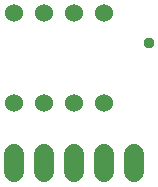
<source format=gbs>
G04 EAGLE Gerber RS-274X export*
G75*
%MOMM*%
%FSLAX34Y34*%
%LPD*%
%INSoldermask Bottom*%
%IPPOS*%
%AMOC8*
5,1,8,0,0,1.08239X$1,22.5*%
G01*
%ADD10C,1.524000*%
%ADD11C,1.727200*%
%ADD12C,0.959600*%


D10*
X114300Y88900D03*
X88900Y88900D03*
X88900Y165100D03*
X114300Y165100D03*
X63500Y88900D03*
X38100Y88900D03*
X63500Y165100D03*
X38100Y165100D03*
D11*
X139700Y45720D02*
X139700Y30480D01*
X114300Y30480D02*
X114300Y45720D01*
X88900Y45720D02*
X88900Y30480D01*
X63500Y30480D02*
X63500Y45720D01*
X38100Y45720D02*
X38100Y30480D01*
D12*
X152400Y139700D03*
M02*

</source>
